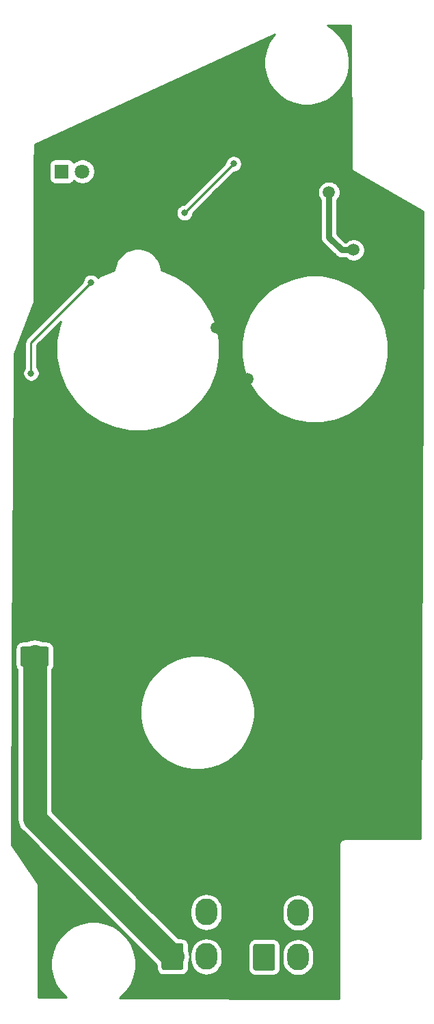
<source format=gbr>
%TF.GenerationSoftware,KiCad,Pcbnew,(5.1.6)-1*%
%TF.CreationDate,2020-12-18T20:13:03+11:00*%
%TF.ProjectId,SIM PWR PCB V2,53494d20-5057-4522-9050-43422056322e,rev?*%
%TF.SameCoordinates,Original*%
%TF.FileFunction,Copper,L2,Bot*%
%TF.FilePolarity,Positive*%
%FSLAX46Y46*%
G04 Gerber Fmt 4.6, Leading zero omitted, Abs format (unit mm)*
G04 Created by KiCad (PCBNEW (5.1.6)-1) date 2020-12-18 20:13:03*
%MOMM*%
%LPD*%
G01*
G04 APERTURE LIST*
%TA.AperFunction,ComponentPad*%
%ADD10O,2.700000X3.300000*%
%TD*%
%TA.AperFunction,ComponentPad*%
%ADD11C,1.800000*%
%TD*%
%TA.AperFunction,ComponentPad*%
%ADD12R,1.800000X1.800000*%
%TD*%
%TA.AperFunction,ViaPad*%
%ADD13C,1.500000*%
%TD*%
%TA.AperFunction,ViaPad*%
%ADD14C,0.800000*%
%TD*%
%TA.AperFunction,Conductor*%
%ADD15C,0.750000*%
%TD*%
%TA.AperFunction,Conductor*%
%ADD16C,3.000000*%
%TD*%
%TA.AperFunction,Conductor*%
%ADD17C,0.250000*%
%TD*%
%TA.AperFunction,Conductor*%
%ADD18C,0.254000*%
%TD*%
G04 APERTURE END LIST*
D10*
%TO.P,J2,4*%
%TO.N,/DATAOUT*%
X121251980Y-149341840D03*
%TO.P,J2,3*%
%TO.N,/LEDGND*%
X117051980Y-149341840D03*
%TO.P,J2,2*%
%TO.N,/LED+5V*%
X121251980Y-154841840D03*
%TO.P,J2,1*%
%TA.AperFunction,ComponentPad*%
G36*
G01*
X115701980Y-156241839D02*
X115701980Y-153441841D01*
G75*
G02*
X115951981Y-153191840I250001J0D01*
G01*
X118151979Y-153191840D01*
G75*
G02*
X118401980Y-153441841I0J-250001D01*
G01*
X118401980Y-156241839D01*
G75*
G02*
X118151979Y-156491840I-250001J0D01*
G01*
X115951981Y-156491840D01*
G75*
G02*
X115701980Y-156241839I0J250001D01*
G01*
G37*
%TD.AperFunction*%
%TD*%
%TO.P,J1,4*%
%TO.N,/DATAIN*%
X132613400Y-149412960D03*
%TO.P,J1,3*%
%TO.N,/LEDGND*%
X128413400Y-149412960D03*
%TO.P,J1,2*%
%TO.N,/LED+5V*%
X132613400Y-154912960D03*
%TO.P,J1,1*%
%TA.AperFunction,ComponentPad*%
G36*
G01*
X127063400Y-156312959D02*
X127063400Y-153512961D01*
G75*
G02*
X127313401Y-153262960I250001J0D01*
G01*
X129513399Y-153262960D01*
G75*
G02*
X129763400Y-153512961I0J-250001D01*
G01*
X129763400Y-156312959D01*
G75*
G02*
X129513399Y-156562960I-250001J0D01*
G01*
X127313401Y-156562960D01*
G75*
G02*
X127063400Y-156312959I0J250001D01*
G01*
G37*
%TD.AperFunction*%
%TD*%
D11*
%TO.P,D1,2*%
%TO.N,/LED+5V*%
X105893000Y-57658000D03*
D12*
%TO.P,D1,1*%
%TO.N,Net-(D1-Pad1)*%
X103353000Y-57658000D03*
%TD*%
%TO.P,C1,2*%
%TO.N,/LEDGND*%
%TA.AperFunction,SMDPad,CuDef*%
G36*
G01*
X104726000Y-118704000D02*
X104726000Y-116704000D01*
G75*
G02*
X104976000Y-116454000I250000J0D01*
G01*
X107976000Y-116454000D01*
G75*
G02*
X108226000Y-116704000I0J-250000D01*
G01*
X108226000Y-118704000D01*
G75*
G02*
X107976000Y-118954000I-250000J0D01*
G01*
X104976000Y-118954000D01*
G75*
G02*
X104726000Y-118704000I0J250000D01*
G01*
G37*
%TD.AperFunction*%
%TO.P,C1,1*%
%TO.N,/LED+5V*%
%TA.AperFunction,SMDPad,CuDef*%
G36*
G01*
X98226000Y-118704000D02*
X98226000Y-116704000D01*
G75*
G02*
X98476000Y-116454000I250000J0D01*
G01*
X101476000Y-116454000D01*
G75*
G02*
X101726000Y-116704000I0J-250000D01*
G01*
X101726000Y-118704000D01*
G75*
G02*
X101476000Y-118954000I-250000J0D01*
G01*
X98476000Y-118954000D01*
G75*
G02*
X98226000Y-118704000I0J250000D01*
G01*
G37*
%TD.AperFunction*%
%TD*%
D13*
%TO.N,/LEDGND*%
X122308620Y-56647080D03*
X133540500Y-53167280D03*
X129844800Y-66939160D03*
X122537220Y-76969620D03*
X146022060Y-72047100D03*
X143301720Y-65206880D03*
X126375160Y-83375500D03*
X118394480Y-90736420D03*
X103317040Y-86230460D03*
X137073640Y-94488000D03*
X147091400Y-85420200D03*
X112115600Y-106128820D03*
X128673860Y-106268520D03*
X125272800Y-112687100D03*
X138744960Y-114538760D03*
X133494780Y-118087140D03*
X137028120Y-129971600D03*
X144632680Y-130009900D03*
X113926620Y-137253980D03*
X107911900Y-138051540D03*
X124594620Y-137922000D03*
X135890000Y-140942060D03*
X144030700Y-138915140D03*
X139197480Y-102260000D03*
X130009900Y-136657080D03*
X115610640Y-57132220D03*
X101338380Y-61127640D03*
X118003320Y-67040760D03*
X105918000Y-69088000D03*
%TO.N,/LED+5V*%
X136433560Y-60238640D03*
X139489180Y-67386200D03*
D14*
%TO.N,Net-(D4-Pad2)*%
X124627640Y-56713120D03*
X118551960Y-62788800D03*
%TO.N,Net-(D10-Pad4)*%
X99540060Y-82638900D03*
X106981042Y-71400722D03*
%TD*%
D15*
%TO.N,/LED+5V*%
X136433560Y-60238640D02*
X136433560Y-65824100D01*
X136433560Y-65824100D02*
X137995660Y-67386200D01*
X137995660Y-67386200D02*
X139489180Y-67386200D01*
X139489180Y-67386200D02*
X139611100Y-67386200D01*
D16*
X99976000Y-137765860D02*
X117051980Y-154841840D01*
X99976000Y-117704000D02*
X99976000Y-137765860D01*
D17*
%TO.N,Net-(D4-Pad2)*%
X124627640Y-56713120D02*
X118551960Y-62788800D01*
X118551960Y-62788800D02*
X118551960Y-62788800D01*
%TO.N,Net-(D10-Pad4)*%
X99540060Y-78841704D02*
X106981042Y-71400722D01*
X99540060Y-82638900D02*
X99540060Y-78841704D01*
%TD*%
D18*
%TO.N,/LEDGND*%
G36*
X139192373Y-57115926D02*
G01*
X139190785Y-57170312D01*
X139197963Y-57212854D01*
X139202314Y-57255797D01*
X139208758Y-57276827D01*
X139212416Y-57298508D01*
X139227758Y-57338839D01*
X139240401Y-57380101D01*
X139250821Y-57399466D01*
X139258641Y-57420022D01*
X139281556Y-57456583D01*
X139302005Y-57494586D01*
X139316006Y-57511550D01*
X139327684Y-57530182D01*
X139357291Y-57561570D01*
X139384762Y-57594854D01*
X139401801Y-57608758D01*
X139416891Y-57624756D01*
X139452056Y-57649767D01*
X139485490Y-57677050D01*
X139533568Y-57702576D01*
X148105946Y-62611545D01*
X147729987Y-140284600D01*
X138386219Y-140284600D01*
X138353800Y-140281407D01*
X138321381Y-140284600D01*
X138224417Y-140294150D01*
X138100007Y-140331890D01*
X137985350Y-140393175D01*
X137884852Y-140475652D01*
X137802375Y-140576150D01*
X137741090Y-140690807D01*
X137703350Y-140815217D01*
X137690607Y-140944600D01*
X137693801Y-140977029D01*
X137693800Y-160043187D01*
X110545245Y-159935881D01*
X110621905Y-159884658D01*
X111356927Y-159149636D01*
X111934431Y-158285342D01*
X112332222Y-157324989D01*
X112535014Y-156305484D01*
X112535014Y-155266006D01*
X112332222Y-154246501D01*
X111934431Y-153286148D01*
X111356927Y-152421854D01*
X110621905Y-151686832D01*
X109757611Y-151109328D01*
X108797258Y-150711537D01*
X107777753Y-150508745D01*
X106738275Y-150508745D01*
X105718770Y-150711537D01*
X104758417Y-151109328D01*
X103894123Y-151686832D01*
X103159101Y-152421854D01*
X102581597Y-153286148D01*
X102183806Y-154246501D01*
X101981014Y-155266006D01*
X101981014Y-156305484D01*
X102183806Y-157324989D01*
X102581597Y-158285342D01*
X103159101Y-159149636D01*
X103894123Y-159884658D01*
X103931661Y-159909740D01*
X100456600Y-159896005D01*
X100456600Y-146208986D01*
X100459792Y-146176142D01*
X100453440Y-146112494D01*
X100447050Y-146047617D01*
X100446923Y-146047199D01*
X100446881Y-146046777D01*
X100428142Y-145985287D01*
X100409310Y-145923207D01*
X100409108Y-145922830D01*
X100408982Y-145922415D01*
X100378374Y-145865329D01*
X100348025Y-145808550D01*
X100327089Y-145783039D01*
X97105052Y-140974395D01*
X97256426Y-116704000D01*
X97587928Y-116704000D01*
X97587928Y-118704000D01*
X97604992Y-118877254D01*
X97655528Y-119043850D01*
X97737595Y-119197386D01*
X97841000Y-119323386D01*
X97841001Y-137660978D01*
X97830671Y-137765860D01*
X97871893Y-138184393D01*
X97993975Y-138586842D01*
X98192224Y-138957741D01*
X98392165Y-139201370D01*
X98392168Y-139201373D01*
X98459024Y-139282837D01*
X98540488Y-139349693D01*
X115063908Y-155873114D01*
X115063908Y-156241839D01*
X115080972Y-156415093D01*
X115131509Y-156581690D01*
X115213575Y-156735226D01*
X115324019Y-156869801D01*
X115458594Y-156980245D01*
X115612130Y-157062311D01*
X115778727Y-157112848D01*
X115951981Y-157129912D01*
X118151979Y-157129912D01*
X118325233Y-157112848D01*
X118491830Y-157062311D01*
X118645366Y-156980245D01*
X118779941Y-156869801D01*
X118890385Y-156735226D01*
X118972451Y-156581690D01*
X119022988Y-156415093D01*
X119040052Y-156241839D01*
X119040052Y-155642891D01*
X119156088Y-155260374D01*
X119197309Y-154841840D01*
X119158159Y-154444331D01*
X119266980Y-154444331D01*
X119266980Y-155239350D01*
X119295702Y-155530968D01*
X119409206Y-155905142D01*
X119593527Y-156249983D01*
X119841583Y-156552238D01*
X120143838Y-156800293D01*
X120488679Y-156984614D01*
X120862853Y-157098118D01*
X121251980Y-157136444D01*
X121641108Y-157098118D01*
X122015282Y-156984614D01*
X122360123Y-156800293D01*
X122662378Y-156552238D01*
X122910433Y-156249983D01*
X123094754Y-155905142D01*
X123208258Y-155530967D01*
X123236980Y-155239349D01*
X123236980Y-154444330D01*
X123208258Y-154152712D01*
X123094754Y-153778538D01*
X122952801Y-153512961D01*
X126425328Y-153512961D01*
X126425328Y-156312959D01*
X126442392Y-156486213D01*
X126492929Y-156652810D01*
X126574995Y-156806346D01*
X126685439Y-156940921D01*
X126820014Y-157051365D01*
X126973550Y-157133431D01*
X127140147Y-157183968D01*
X127313401Y-157201032D01*
X129513399Y-157201032D01*
X129686653Y-157183968D01*
X129853250Y-157133431D01*
X130006786Y-157051365D01*
X130141361Y-156940921D01*
X130251805Y-156806346D01*
X130333871Y-156652810D01*
X130384408Y-156486213D01*
X130401472Y-156312959D01*
X130401472Y-154515451D01*
X130628400Y-154515451D01*
X130628400Y-155310470D01*
X130657122Y-155602088D01*
X130770626Y-155976262D01*
X130954947Y-156321103D01*
X131203003Y-156623358D01*
X131505258Y-156871413D01*
X131850099Y-157055734D01*
X132224273Y-157169238D01*
X132613400Y-157207564D01*
X133002528Y-157169238D01*
X133376702Y-157055734D01*
X133721543Y-156871413D01*
X134023798Y-156623358D01*
X134271853Y-156321103D01*
X134456174Y-155976262D01*
X134569678Y-155602087D01*
X134598400Y-155310469D01*
X134598400Y-154515450D01*
X134569678Y-154223832D01*
X134456174Y-153849658D01*
X134271853Y-153504817D01*
X134023798Y-153202562D01*
X133721543Y-152954507D01*
X133376701Y-152770186D01*
X133002527Y-152656682D01*
X132613400Y-152618356D01*
X132224272Y-152656682D01*
X131850098Y-152770186D01*
X131505257Y-152954507D01*
X131203002Y-153202562D01*
X130954947Y-153504817D01*
X130770626Y-153849659D01*
X130657122Y-154223833D01*
X130628400Y-154515451D01*
X130401472Y-154515451D01*
X130401472Y-153512961D01*
X130384408Y-153339707D01*
X130333871Y-153173110D01*
X130251805Y-153019574D01*
X130141361Y-152884999D01*
X130006786Y-152774555D01*
X129853250Y-152692489D01*
X129686653Y-152641952D01*
X129513399Y-152624888D01*
X127313401Y-152624888D01*
X127140147Y-152641952D01*
X126973550Y-152692489D01*
X126820014Y-152774555D01*
X126685439Y-152884999D01*
X126574995Y-153019574D01*
X126492929Y-153173110D01*
X126442392Y-153339707D01*
X126425328Y-153512961D01*
X122952801Y-153512961D01*
X122910433Y-153433697D01*
X122662378Y-153131442D01*
X122360123Y-152883387D01*
X122015281Y-152699066D01*
X121641107Y-152585562D01*
X121251980Y-152547236D01*
X120862852Y-152585562D01*
X120488678Y-152699066D01*
X120143837Y-152883387D01*
X119841582Y-153131442D01*
X119593527Y-153433697D01*
X119409206Y-153778539D01*
X119295702Y-154152713D01*
X119266980Y-154444331D01*
X119158159Y-154444331D01*
X119156088Y-154423306D01*
X119040052Y-154040789D01*
X119040052Y-153441841D01*
X119022988Y-153268587D01*
X118972451Y-153101990D01*
X118890385Y-152948454D01*
X118779941Y-152813879D01*
X118645366Y-152703435D01*
X118491830Y-152621369D01*
X118325233Y-152570832D01*
X118151979Y-152553768D01*
X117783254Y-152553768D01*
X114173817Y-148944331D01*
X119266980Y-148944331D01*
X119266980Y-149739350D01*
X119295702Y-150030968D01*
X119409206Y-150405142D01*
X119593527Y-150749983D01*
X119841583Y-151052238D01*
X120143838Y-151300293D01*
X120488679Y-151484614D01*
X120862853Y-151598118D01*
X121251980Y-151636444D01*
X121641108Y-151598118D01*
X122015282Y-151484614D01*
X122360123Y-151300293D01*
X122662378Y-151052238D01*
X122910433Y-150749983D01*
X123094754Y-150405142D01*
X123208258Y-150030967D01*
X123236980Y-149739349D01*
X123236980Y-149015451D01*
X130628400Y-149015451D01*
X130628400Y-149810470D01*
X130657122Y-150102088D01*
X130770626Y-150476262D01*
X130954947Y-150821103D01*
X131203003Y-151123358D01*
X131505258Y-151371413D01*
X131850099Y-151555734D01*
X132224273Y-151669238D01*
X132613400Y-151707564D01*
X133002528Y-151669238D01*
X133376702Y-151555734D01*
X133721543Y-151371413D01*
X134023798Y-151123358D01*
X134271853Y-150821103D01*
X134456174Y-150476262D01*
X134569678Y-150102087D01*
X134598400Y-149810469D01*
X134598400Y-149015450D01*
X134569678Y-148723832D01*
X134456174Y-148349658D01*
X134271853Y-148004817D01*
X134023798Y-147702562D01*
X133721543Y-147454507D01*
X133376701Y-147270186D01*
X133002527Y-147156682D01*
X132613400Y-147118356D01*
X132224272Y-147156682D01*
X131850098Y-147270186D01*
X131505257Y-147454507D01*
X131203002Y-147702562D01*
X130954947Y-148004817D01*
X130770626Y-148349659D01*
X130657122Y-148723833D01*
X130628400Y-149015451D01*
X123236980Y-149015451D01*
X123236980Y-148944330D01*
X123208258Y-148652712D01*
X123094754Y-148278538D01*
X122910433Y-147933697D01*
X122662378Y-147631442D01*
X122360123Y-147383387D01*
X122015281Y-147199066D01*
X121641107Y-147085562D01*
X121251980Y-147047236D01*
X120862852Y-147085562D01*
X120488678Y-147199066D01*
X120143837Y-147383387D01*
X119841582Y-147631442D01*
X119593527Y-147933697D01*
X119409206Y-148278539D01*
X119295702Y-148652713D01*
X119266980Y-148944331D01*
X114173817Y-148944331D01*
X102111000Y-136881515D01*
X102111000Y-124049839D01*
X113068770Y-124049839D01*
X113068770Y-125164743D01*
X113243180Y-126265920D01*
X113587704Y-127326257D01*
X114093860Y-128319643D01*
X114749184Y-129221619D01*
X115537540Y-130009975D01*
X116439516Y-130665299D01*
X117432902Y-131171455D01*
X118493239Y-131515979D01*
X119594416Y-131690389D01*
X120709320Y-131690389D01*
X121810497Y-131515979D01*
X122870834Y-131171455D01*
X123864220Y-130665299D01*
X124766196Y-130009975D01*
X125554552Y-129221619D01*
X126209876Y-128319643D01*
X126716032Y-127326257D01*
X127060556Y-126265920D01*
X127234966Y-125164743D01*
X127234966Y-124049839D01*
X127060556Y-122948662D01*
X126716032Y-121888325D01*
X126209876Y-120894939D01*
X125554552Y-119992963D01*
X124766196Y-119204607D01*
X123864220Y-118549283D01*
X122870834Y-118043127D01*
X121810497Y-117698603D01*
X120709320Y-117524193D01*
X119594416Y-117524193D01*
X118493239Y-117698603D01*
X117432902Y-118043127D01*
X116439516Y-118549283D01*
X115537540Y-119204607D01*
X114749184Y-119992963D01*
X114093860Y-120894939D01*
X113587704Y-121888325D01*
X113243180Y-122948662D01*
X113068770Y-124049839D01*
X102111000Y-124049839D01*
X102111000Y-119323386D01*
X102214405Y-119197386D01*
X102296472Y-119043850D01*
X102347008Y-118877254D01*
X102364072Y-118704000D01*
X102364072Y-116704000D01*
X102347008Y-116530746D01*
X102296472Y-116364150D01*
X102214405Y-116210614D01*
X102103962Y-116076038D01*
X101969386Y-115965595D01*
X101815850Y-115883528D01*
X101649254Y-115832992D01*
X101476000Y-115815928D01*
X100972758Y-115815928D01*
X100796981Y-115721974D01*
X100394532Y-115599892D01*
X99976000Y-115558670D01*
X99557467Y-115599892D01*
X99155018Y-115721974D01*
X98979242Y-115815928D01*
X98476000Y-115815928D01*
X98302746Y-115832992D01*
X98136150Y-115883528D01*
X97982614Y-115965595D01*
X97848038Y-116076038D01*
X97737595Y-116210614D01*
X97655528Y-116364150D01*
X97604992Y-116530746D01*
X97587928Y-116704000D01*
X97256426Y-116704000D01*
X97469527Y-82536961D01*
X98505060Y-82536961D01*
X98505060Y-82740839D01*
X98544834Y-82940798D01*
X98622855Y-83129156D01*
X98736123Y-83298674D01*
X98880286Y-83442837D01*
X99049804Y-83556105D01*
X99238162Y-83634126D01*
X99438121Y-83673900D01*
X99641999Y-83673900D01*
X99841958Y-83634126D01*
X100030316Y-83556105D01*
X100199834Y-83442837D01*
X100343997Y-83298674D01*
X100457265Y-83129156D01*
X100535286Y-82940798D01*
X100575060Y-82740839D01*
X100575060Y-82536961D01*
X100535286Y-82337002D01*
X100457265Y-82148644D01*
X100343997Y-81979126D01*
X100300060Y-81935189D01*
X100300060Y-79156505D01*
X103222307Y-76234259D01*
X103035811Y-76684499D01*
X102646636Y-78641014D01*
X102646636Y-80635858D01*
X103035811Y-82592373D01*
X103799205Y-84435369D01*
X104907482Y-86094022D01*
X106318050Y-87504590D01*
X107976703Y-88612867D01*
X109819699Y-89376261D01*
X111776214Y-89765436D01*
X113771058Y-89765436D01*
X115727573Y-89376261D01*
X117570569Y-88612867D01*
X119229222Y-87504590D01*
X120639790Y-86094022D01*
X121748067Y-84435369D01*
X122511461Y-82592373D01*
X122900636Y-80635858D01*
X122900636Y-78739505D01*
X125550710Y-78739505D01*
X125550710Y-80537367D01*
X125901455Y-82300684D01*
X126589467Y-83961692D01*
X127588306Y-85456560D01*
X128859586Y-86727840D01*
X130354454Y-87726679D01*
X132015462Y-88414691D01*
X133778779Y-88765436D01*
X135576641Y-88765436D01*
X137339958Y-88414691D01*
X139000966Y-87726679D01*
X140495834Y-86727840D01*
X141767114Y-85456560D01*
X142765953Y-83961692D01*
X143453965Y-82300684D01*
X143804710Y-80537367D01*
X143804710Y-78739505D01*
X143453965Y-76976188D01*
X142765953Y-75315180D01*
X141767114Y-73820312D01*
X140495834Y-72549032D01*
X139000966Y-71550193D01*
X137339958Y-70862181D01*
X135576641Y-70511436D01*
X133778779Y-70511436D01*
X132015462Y-70862181D01*
X130354454Y-71550193D01*
X128859586Y-72549032D01*
X127588306Y-73820312D01*
X126589467Y-75315180D01*
X125901455Y-76976188D01*
X125550710Y-78739505D01*
X122900636Y-78739505D01*
X122900636Y-78641014D01*
X122511461Y-76684499D01*
X121748067Y-74841503D01*
X120639790Y-73182850D01*
X119229222Y-71772282D01*
X117570569Y-70664005D01*
X115727573Y-69900611D01*
X115686636Y-69892468D01*
X115686636Y-69826531D01*
X115574691Y-69263745D01*
X115355103Y-68733613D01*
X115036311Y-68256507D01*
X114630565Y-67850761D01*
X114153459Y-67531969D01*
X113623327Y-67312381D01*
X113060541Y-67200436D01*
X112486731Y-67200436D01*
X111923945Y-67312381D01*
X111393813Y-67531969D01*
X110916707Y-67850761D01*
X110510961Y-68256507D01*
X110192169Y-68733613D01*
X109972581Y-69263745D01*
X109860636Y-69826531D01*
X109860636Y-69892468D01*
X109819699Y-69900611D01*
X107976703Y-70664005D01*
X107808613Y-70776319D01*
X107784979Y-70740948D01*
X107640816Y-70596785D01*
X107471298Y-70483517D01*
X107282940Y-70405496D01*
X107082981Y-70365722D01*
X106879103Y-70365722D01*
X106679144Y-70405496D01*
X106490786Y-70483517D01*
X106321268Y-70596785D01*
X106177105Y-70740948D01*
X106063837Y-70910466D01*
X105985816Y-71098824D01*
X105946042Y-71298783D01*
X105946042Y-71360920D01*
X99029058Y-78277905D01*
X99000060Y-78301703D01*
X98976262Y-78330701D01*
X98976261Y-78330702D01*
X98905086Y-78417428D01*
X98834514Y-78549458D01*
X98791058Y-78692719D01*
X98776384Y-78841704D01*
X98780061Y-78879036D01*
X98780060Y-81935189D01*
X98736123Y-81979126D01*
X98622855Y-82148644D01*
X98544834Y-82337002D01*
X98505060Y-82536961D01*
X97469527Y-82536961D01*
X97484055Y-80207726D01*
X99891166Y-73780490D01*
X99900980Y-73762186D01*
X99913909Y-73719765D01*
X99918045Y-73708720D01*
X99923365Y-73688738D01*
X99938881Y-73637825D01*
X99940058Y-73626030D01*
X99943110Y-73614566D01*
X99946506Y-73561425D01*
X99948557Y-73540873D01*
X99948572Y-73529089D01*
X99951401Y-73484823D01*
X99948656Y-73464233D01*
X99962616Y-62686861D01*
X117516960Y-62686861D01*
X117516960Y-62890739D01*
X117556734Y-63090698D01*
X117634755Y-63279056D01*
X117748023Y-63448574D01*
X117892186Y-63592737D01*
X118061704Y-63706005D01*
X118250062Y-63784026D01*
X118450021Y-63823800D01*
X118653899Y-63823800D01*
X118853858Y-63784026D01*
X119042216Y-63706005D01*
X119211734Y-63592737D01*
X119355897Y-63448574D01*
X119469165Y-63279056D01*
X119547186Y-63090698D01*
X119586960Y-62890739D01*
X119586960Y-62828601D01*
X122313332Y-60102229D01*
X135048560Y-60102229D01*
X135048560Y-60375051D01*
X135101785Y-60642629D01*
X135206189Y-60894683D01*
X135357761Y-61121526D01*
X135423560Y-61187325D01*
X135423561Y-65774482D01*
X135418674Y-65824100D01*
X135438175Y-66022094D01*
X135495928Y-66212479D01*
X135583439Y-66376200D01*
X135589714Y-66387940D01*
X135715928Y-66541733D01*
X135754461Y-66573356D01*
X137246399Y-68065294D01*
X137278027Y-68103833D01*
X137431820Y-68230047D01*
X137607280Y-68323832D01*
X137797665Y-68381585D01*
X137995659Y-68401086D01*
X138045267Y-68396200D01*
X138540495Y-68396200D01*
X138606294Y-68461999D01*
X138833137Y-68613571D01*
X139085191Y-68717975D01*
X139352769Y-68771200D01*
X139625591Y-68771200D01*
X139893169Y-68717975D01*
X140145223Y-68613571D01*
X140372066Y-68461999D01*
X140564979Y-68269086D01*
X140716551Y-68042243D01*
X140820955Y-67790189D01*
X140874180Y-67522611D01*
X140874180Y-67249789D01*
X140820955Y-66982211D01*
X140716551Y-66730157D01*
X140564979Y-66503314D01*
X140372066Y-66310401D01*
X140145223Y-66158829D01*
X139893169Y-66054425D01*
X139625591Y-66001200D01*
X139352769Y-66001200D01*
X139085191Y-66054425D01*
X138833137Y-66158829D01*
X138606294Y-66310401D01*
X138540495Y-66376200D01*
X138414015Y-66376200D01*
X137443560Y-65405745D01*
X137443560Y-61187325D01*
X137509359Y-61121526D01*
X137660931Y-60894683D01*
X137765335Y-60642629D01*
X137818560Y-60375051D01*
X137818560Y-60102229D01*
X137765335Y-59834651D01*
X137660931Y-59582597D01*
X137509359Y-59355754D01*
X137316446Y-59162841D01*
X137089603Y-59011269D01*
X136837549Y-58906865D01*
X136569971Y-58853640D01*
X136297149Y-58853640D01*
X136029571Y-58906865D01*
X135777517Y-59011269D01*
X135550674Y-59162841D01*
X135357761Y-59355754D01*
X135206189Y-59582597D01*
X135101785Y-59834651D01*
X135048560Y-60102229D01*
X122313332Y-60102229D01*
X124667442Y-57748120D01*
X124729579Y-57748120D01*
X124929538Y-57708346D01*
X125117896Y-57630325D01*
X125287414Y-57517057D01*
X125431577Y-57372894D01*
X125544845Y-57203376D01*
X125622866Y-57015018D01*
X125662640Y-56815059D01*
X125662640Y-56611181D01*
X125622866Y-56411222D01*
X125544845Y-56222864D01*
X125431577Y-56053346D01*
X125287414Y-55909183D01*
X125117896Y-55795915D01*
X124929538Y-55717894D01*
X124729579Y-55678120D01*
X124525701Y-55678120D01*
X124325742Y-55717894D01*
X124137384Y-55795915D01*
X123967866Y-55909183D01*
X123823703Y-56053346D01*
X123710435Y-56222864D01*
X123632414Y-56411222D01*
X123592640Y-56611181D01*
X123592640Y-56673318D01*
X118512159Y-61753800D01*
X118450021Y-61753800D01*
X118250062Y-61793574D01*
X118061704Y-61871595D01*
X117892186Y-61984863D01*
X117748023Y-62129026D01*
X117634755Y-62298544D01*
X117556734Y-62486902D01*
X117516960Y-62686861D01*
X99962616Y-62686861D01*
X99970296Y-56758000D01*
X101814928Y-56758000D01*
X101814928Y-58558000D01*
X101827188Y-58682482D01*
X101863498Y-58802180D01*
X101922463Y-58912494D01*
X102001815Y-59009185D01*
X102098506Y-59088537D01*
X102208820Y-59147502D01*
X102328518Y-59183812D01*
X102453000Y-59196072D01*
X104253000Y-59196072D01*
X104377482Y-59183812D01*
X104497180Y-59147502D01*
X104607494Y-59088537D01*
X104704185Y-59009185D01*
X104783537Y-58912494D01*
X104842502Y-58802180D01*
X104848056Y-58783873D01*
X104914495Y-58850312D01*
X105165905Y-59018299D01*
X105445257Y-59134011D01*
X105741816Y-59193000D01*
X106044184Y-59193000D01*
X106340743Y-59134011D01*
X106620095Y-59018299D01*
X106871505Y-58850312D01*
X107085312Y-58636505D01*
X107253299Y-58385095D01*
X107369011Y-58105743D01*
X107428000Y-57809184D01*
X107428000Y-57506816D01*
X107369011Y-57210257D01*
X107253299Y-56930905D01*
X107085312Y-56679495D01*
X106871505Y-56465688D01*
X106620095Y-56297701D01*
X106340743Y-56181989D01*
X106044184Y-56123000D01*
X105741816Y-56123000D01*
X105445257Y-56181989D01*
X105165905Y-56297701D01*
X104914495Y-56465688D01*
X104848056Y-56532127D01*
X104842502Y-56513820D01*
X104783537Y-56403506D01*
X104704185Y-56306815D01*
X104607494Y-56227463D01*
X104497180Y-56168498D01*
X104377482Y-56132188D01*
X104253000Y-56119928D01*
X102453000Y-56119928D01*
X102328518Y-56132188D01*
X102208820Y-56168498D01*
X102098506Y-56227463D01*
X102001815Y-56306815D01*
X101922463Y-56403506D01*
X101863498Y-56513820D01*
X101827188Y-56633518D01*
X101814928Y-56758000D01*
X99970296Y-56758000D01*
X99973451Y-54322398D01*
X129726612Y-40672037D01*
X129583429Y-40815220D01*
X129005925Y-41679514D01*
X128608134Y-42639867D01*
X128405342Y-43659372D01*
X128405342Y-44698850D01*
X128608134Y-45718355D01*
X129005925Y-46678708D01*
X129583429Y-47543002D01*
X130318451Y-48278024D01*
X131182745Y-48855528D01*
X132143098Y-49253319D01*
X133162603Y-49456111D01*
X134202081Y-49456111D01*
X135221586Y-49253319D01*
X136181939Y-48855528D01*
X137046233Y-48278024D01*
X137781255Y-47543002D01*
X138358759Y-46678708D01*
X138756550Y-45718355D01*
X138959342Y-44698850D01*
X138959342Y-43659372D01*
X138756550Y-42639867D01*
X138358759Y-41679514D01*
X137781255Y-40815220D01*
X137046233Y-40080198D01*
X136286860Y-39572800D01*
X139143439Y-39572800D01*
X139192373Y-57115926D01*
G37*
X139192373Y-57115926D02*
X139190785Y-57170312D01*
X139197963Y-57212854D01*
X139202314Y-57255797D01*
X139208758Y-57276827D01*
X139212416Y-57298508D01*
X139227758Y-57338839D01*
X139240401Y-57380101D01*
X139250821Y-57399466D01*
X139258641Y-57420022D01*
X139281556Y-57456583D01*
X139302005Y-57494586D01*
X139316006Y-57511550D01*
X139327684Y-57530182D01*
X139357291Y-57561570D01*
X139384762Y-57594854D01*
X139401801Y-57608758D01*
X139416891Y-57624756D01*
X139452056Y-57649767D01*
X139485490Y-57677050D01*
X139533568Y-57702576D01*
X148105946Y-62611545D01*
X147729987Y-140284600D01*
X138386219Y-140284600D01*
X138353800Y-140281407D01*
X138321381Y-140284600D01*
X138224417Y-140294150D01*
X138100007Y-140331890D01*
X137985350Y-140393175D01*
X137884852Y-140475652D01*
X137802375Y-140576150D01*
X137741090Y-140690807D01*
X137703350Y-140815217D01*
X137690607Y-140944600D01*
X137693801Y-140977029D01*
X137693800Y-160043187D01*
X110545245Y-159935881D01*
X110621905Y-159884658D01*
X111356927Y-159149636D01*
X111934431Y-158285342D01*
X112332222Y-157324989D01*
X112535014Y-156305484D01*
X112535014Y-155266006D01*
X112332222Y-154246501D01*
X111934431Y-153286148D01*
X111356927Y-152421854D01*
X110621905Y-151686832D01*
X109757611Y-151109328D01*
X108797258Y-150711537D01*
X107777753Y-150508745D01*
X106738275Y-150508745D01*
X105718770Y-150711537D01*
X104758417Y-151109328D01*
X103894123Y-151686832D01*
X103159101Y-152421854D01*
X102581597Y-153286148D01*
X102183806Y-154246501D01*
X101981014Y-155266006D01*
X101981014Y-156305484D01*
X102183806Y-157324989D01*
X102581597Y-158285342D01*
X103159101Y-159149636D01*
X103894123Y-159884658D01*
X103931661Y-159909740D01*
X100456600Y-159896005D01*
X100456600Y-146208986D01*
X100459792Y-146176142D01*
X100453440Y-146112494D01*
X100447050Y-146047617D01*
X100446923Y-146047199D01*
X100446881Y-146046777D01*
X100428142Y-145985287D01*
X100409310Y-145923207D01*
X100409108Y-145922830D01*
X100408982Y-145922415D01*
X100378374Y-145865329D01*
X100348025Y-145808550D01*
X100327089Y-145783039D01*
X97105052Y-140974395D01*
X97256426Y-116704000D01*
X97587928Y-116704000D01*
X97587928Y-118704000D01*
X97604992Y-118877254D01*
X97655528Y-119043850D01*
X97737595Y-119197386D01*
X97841000Y-119323386D01*
X97841001Y-137660978D01*
X97830671Y-137765860D01*
X97871893Y-138184393D01*
X97993975Y-138586842D01*
X98192224Y-138957741D01*
X98392165Y-139201370D01*
X98392168Y-139201373D01*
X98459024Y-139282837D01*
X98540488Y-139349693D01*
X115063908Y-155873114D01*
X115063908Y-156241839D01*
X115080972Y-156415093D01*
X115131509Y-156581690D01*
X115213575Y-156735226D01*
X115324019Y-156869801D01*
X115458594Y-156980245D01*
X115612130Y-157062311D01*
X115778727Y-157112848D01*
X115951981Y-157129912D01*
X118151979Y-157129912D01*
X118325233Y-157112848D01*
X118491830Y-157062311D01*
X118645366Y-156980245D01*
X118779941Y-156869801D01*
X118890385Y-156735226D01*
X118972451Y-156581690D01*
X119022988Y-156415093D01*
X119040052Y-156241839D01*
X119040052Y-155642891D01*
X119156088Y-155260374D01*
X119197309Y-154841840D01*
X119158159Y-154444331D01*
X119266980Y-154444331D01*
X119266980Y-155239350D01*
X119295702Y-155530968D01*
X119409206Y-155905142D01*
X119593527Y-156249983D01*
X119841583Y-156552238D01*
X120143838Y-156800293D01*
X120488679Y-156984614D01*
X120862853Y-157098118D01*
X121251980Y-157136444D01*
X121641108Y-157098118D01*
X122015282Y-156984614D01*
X122360123Y-156800293D01*
X122662378Y-156552238D01*
X122910433Y-156249983D01*
X123094754Y-155905142D01*
X123208258Y-155530967D01*
X123236980Y-155239349D01*
X123236980Y-154444330D01*
X123208258Y-154152712D01*
X123094754Y-153778538D01*
X122952801Y-153512961D01*
X126425328Y-153512961D01*
X126425328Y-156312959D01*
X126442392Y-156486213D01*
X126492929Y-156652810D01*
X126574995Y-156806346D01*
X126685439Y-156940921D01*
X126820014Y-157051365D01*
X126973550Y-157133431D01*
X127140147Y-157183968D01*
X127313401Y-157201032D01*
X129513399Y-157201032D01*
X129686653Y-157183968D01*
X129853250Y-157133431D01*
X130006786Y-157051365D01*
X130141361Y-156940921D01*
X130251805Y-156806346D01*
X130333871Y-156652810D01*
X130384408Y-156486213D01*
X130401472Y-156312959D01*
X130401472Y-154515451D01*
X130628400Y-154515451D01*
X130628400Y-155310470D01*
X130657122Y-155602088D01*
X130770626Y-155976262D01*
X130954947Y-156321103D01*
X131203003Y-156623358D01*
X131505258Y-156871413D01*
X131850099Y-157055734D01*
X132224273Y-157169238D01*
X132613400Y-157207564D01*
X133002528Y-157169238D01*
X133376702Y-157055734D01*
X133721543Y-156871413D01*
X134023798Y-156623358D01*
X134271853Y-156321103D01*
X134456174Y-155976262D01*
X134569678Y-155602087D01*
X134598400Y-155310469D01*
X134598400Y-154515450D01*
X134569678Y-154223832D01*
X134456174Y-153849658D01*
X134271853Y-153504817D01*
X134023798Y-153202562D01*
X133721543Y-152954507D01*
X133376701Y-152770186D01*
X133002527Y-152656682D01*
X132613400Y-152618356D01*
X132224272Y-152656682D01*
X131850098Y-152770186D01*
X131505257Y-152954507D01*
X131203002Y-153202562D01*
X130954947Y-153504817D01*
X130770626Y-153849659D01*
X130657122Y-154223833D01*
X130628400Y-154515451D01*
X130401472Y-154515451D01*
X130401472Y-153512961D01*
X130384408Y-153339707D01*
X130333871Y-153173110D01*
X130251805Y-153019574D01*
X130141361Y-152884999D01*
X130006786Y-152774555D01*
X129853250Y-152692489D01*
X129686653Y-152641952D01*
X129513399Y-152624888D01*
X127313401Y-152624888D01*
X127140147Y-152641952D01*
X126973550Y-152692489D01*
X126820014Y-152774555D01*
X126685439Y-152884999D01*
X126574995Y-153019574D01*
X126492929Y-153173110D01*
X126442392Y-153339707D01*
X126425328Y-153512961D01*
X122952801Y-153512961D01*
X122910433Y-153433697D01*
X122662378Y-153131442D01*
X122360123Y-152883387D01*
X122015281Y-152699066D01*
X121641107Y-152585562D01*
X121251980Y-152547236D01*
X120862852Y-152585562D01*
X120488678Y-152699066D01*
X120143837Y-152883387D01*
X119841582Y-153131442D01*
X119593527Y-153433697D01*
X119409206Y-153778539D01*
X119295702Y-154152713D01*
X119266980Y-154444331D01*
X119158159Y-154444331D01*
X119156088Y-154423306D01*
X119040052Y-154040789D01*
X119040052Y-153441841D01*
X119022988Y-153268587D01*
X118972451Y-153101990D01*
X118890385Y-152948454D01*
X118779941Y-152813879D01*
X118645366Y-152703435D01*
X118491830Y-152621369D01*
X118325233Y-152570832D01*
X118151979Y-152553768D01*
X117783254Y-152553768D01*
X114173817Y-148944331D01*
X119266980Y-148944331D01*
X119266980Y-149739350D01*
X119295702Y-150030968D01*
X119409206Y-150405142D01*
X119593527Y-150749983D01*
X119841583Y-151052238D01*
X120143838Y-151300293D01*
X120488679Y-151484614D01*
X120862853Y-151598118D01*
X121251980Y-151636444D01*
X121641108Y-151598118D01*
X122015282Y-151484614D01*
X122360123Y-151300293D01*
X122662378Y-151052238D01*
X122910433Y-150749983D01*
X123094754Y-150405142D01*
X123208258Y-150030967D01*
X123236980Y-149739349D01*
X123236980Y-149015451D01*
X130628400Y-149015451D01*
X130628400Y-149810470D01*
X130657122Y-150102088D01*
X130770626Y-150476262D01*
X130954947Y-150821103D01*
X131203003Y-151123358D01*
X131505258Y-151371413D01*
X131850099Y-151555734D01*
X132224273Y-151669238D01*
X132613400Y-151707564D01*
X133002528Y-151669238D01*
X133376702Y-151555734D01*
X133721543Y-151371413D01*
X134023798Y-151123358D01*
X134271853Y-150821103D01*
X134456174Y-150476262D01*
X134569678Y-150102087D01*
X134598400Y-149810469D01*
X134598400Y-149015450D01*
X134569678Y-148723832D01*
X134456174Y-148349658D01*
X134271853Y-148004817D01*
X134023798Y-147702562D01*
X133721543Y-147454507D01*
X133376701Y-147270186D01*
X133002527Y-147156682D01*
X132613400Y-147118356D01*
X132224272Y-147156682D01*
X131850098Y-147270186D01*
X131505257Y-147454507D01*
X131203002Y-147702562D01*
X130954947Y-148004817D01*
X130770626Y-148349659D01*
X130657122Y-148723833D01*
X130628400Y-149015451D01*
X123236980Y-149015451D01*
X123236980Y-148944330D01*
X123208258Y-148652712D01*
X123094754Y-148278538D01*
X122910433Y-147933697D01*
X122662378Y-147631442D01*
X122360123Y-147383387D01*
X122015281Y-147199066D01*
X121641107Y-147085562D01*
X121251980Y-147047236D01*
X120862852Y-147085562D01*
X120488678Y-147199066D01*
X120143837Y-147383387D01*
X119841582Y-147631442D01*
X119593527Y-147933697D01*
X119409206Y-148278539D01*
X119295702Y-148652713D01*
X119266980Y-148944331D01*
X114173817Y-148944331D01*
X102111000Y-136881515D01*
X102111000Y-124049839D01*
X113068770Y-124049839D01*
X113068770Y-125164743D01*
X113243180Y-126265920D01*
X113587704Y-127326257D01*
X114093860Y-128319643D01*
X114749184Y-129221619D01*
X115537540Y-130009975D01*
X116439516Y-130665299D01*
X117432902Y-131171455D01*
X118493239Y-131515979D01*
X119594416Y-131690389D01*
X120709320Y-131690389D01*
X121810497Y-131515979D01*
X122870834Y-131171455D01*
X123864220Y-130665299D01*
X124766196Y-130009975D01*
X125554552Y-129221619D01*
X126209876Y-128319643D01*
X126716032Y-127326257D01*
X127060556Y-126265920D01*
X127234966Y-125164743D01*
X127234966Y-124049839D01*
X127060556Y-122948662D01*
X126716032Y-121888325D01*
X126209876Y-120894939D01*
X125554552Y-119992963D01*
X124766196Y-119204607D01*
X123864220Y-118549283D01*
X122870834Y-118043127D01*
X121810497Y-117698603D01*
X120709320Y-117524193D01*
X119594416Y-117524193D01*
X118493239Y-117698603D01*
X117432902Y-118043127D01*
X116439516Y-118549283D01*
X115537540Y-119204607D01*
X114749184Y-119992963D01*
X114093860Y-120894939D01*
X113587704Y-121888325D01*
X113243180Y-122948662D01*
X113068770Y-124049839D01*
X102111000Y-124049839D01*
X102111000Y-119323386D01*
X102214405Y-119197386D01*
X102296472Y-119043850D01*
X102347008Y-118877254D01*
X102364072Y-118704000D01*
X102364072Y-116704000D01*
X102347008Y-116530746D01*
X102296472Y-116364150D01*
X102214405Y-116210614D01*
X102103962Y-116076038D01*
X101969386Y-115965595D01*
X101815850Y-115883528D01*
X101649254Y-115832992D01*
X101476000Y-115815928D01*
X100972758Y-115815928D01*
X100796981Y-115721974D01*
X100394532Y-115599892D01*
X99976000Y-115558670D01*
X99557467Y-115599892D01*
X99155018Y-115721974D01*
X98979242Y-115815928D01*
X98476000Y-115815928D01*
X98302746Y-115832992D01*
X98136150Y-115883528D01*
X97982614Y-115965595D01*
X97848038Y-116076038D01*
X97737595Y-116210614D01*
X97655528Y-116364150D01*
X97604992Y-116530746D01*
X97587928Y-116704000D01*
X97256426Y-116704000D01*
X97469527Y-82536961D01*
X98505060Y-82536961D01*
X98505060Y-82740839D01*
X98544834Y-82940798D01*
X98622855Y-83129156D01*
X98736123Y-83298674D01*
X98880286Y-83442837D01*
X99049804Y-83556105D01*
X99238162Y-83634126D01*
X99438121Y-83673900D01*
X99641999Y-83673900D01*
X99841958Y-83634126D01*
X100030316Y-83556105D01*
X100199834Y-83442837D01*
X100343997Y-83298674D01*
X100457265Y-83129156D01*
X100535286Y-82940798D01*
X100575060Y-82740839D01*
X100575060Y-82536961D01*
X100535286Y-82337002D01*
X100457265Y-82148644D01*
X100343997Y-81979126D01*
X100300060Y-81935189D01*
X100300060Y-79156505D01*
X103222307Y-76234259D01*
X103035811Y-76684499D01*
X102646636Y-78641014D01*
X102646636Y-80635858D01*
X103035811Y-82592373D01*
X103799205Y-84435369D01*
X104907482Y-86094022D01*
X106318050Y-87504590D01*
X107976703Y-88612867D01*
X109819699Y-89376261D01*
X111776214Y-89765436D01*
X113771058Y-89765436D01*
X115727573Y-89376261D01*
X117570569Y-88612867D01*
X119229222Y-87504590D01*
X120639790Y-86094022D01*
X121748067Y-84435369D01*
X122511461Y-82592373D01*
X122900636Y-80635858D01*
X122900636Y-78739505D01*
X125550710Y-78739505D01*
X125550710Y-80537367D01*
X125901455Y-82300684D01*
X126589467Y-83961692D01*
X127588306Y-85456560D01*
X128859586Y-86727840D01*
X130354454Y-87726679D01*
X132015462Y-88414691D01*
X133778779Y-88765436D01*
X135576641Y-88765436D01*
X137339958Y-88414691D01*
X139000966Y-87726679D01*
X140495834Y-86727840D01*
X141767114Y-85456560D01*
X142765953Y-83961692D01*
X143453965Y-82300684D01*
X143804710Y-80537367D01*
X143804710Y-78739505D01*
X143453965Y-76976188D01*
X142765953Y-75315180D01*
X141767114Y-73820312D01*
X140495834Y-72549032D01*
X139000966Y-71550193D01*
X137339958Y-70862181D01*
X135576641Y-70511436D01*
X133778779Y-70511436D01*
X132015462Y-70862181D01*
X130354454Y-71550193D01*
X128859586Y-72549032D01*
X127588306Y-73820312D01*
X126589467Y-75315180D01*
X125901455Y-76976188D01*
X125550710Y-78739505D01*
X122900636Y-78739505D01*
X122900636Y-78641014D01*
X122511461Y-76684499D01*
X121748067Y-74841503D01*
X120639790Y-73182850D01*
X119229222Y-71772282D01*
X117570569Y-70664005D01*
X115727573Y-69900611D01*
X115686636Y-69892468D01*
X115686636Y-69826531D01*
X115574691Y-69263745D01*
X115355103Y-68733613D01*
X115036311Y-68256507D01*
X114630565Y-67850761D01*
X114153459Y-67531969D01*
X113623327Y-67312381D01*
X113060541Y-67200436D01*
X112486731Y-67200436D01*
X111923945Y-67312381D01*
X111393813Y-67531969D01*
X110916707Y-67850761D01*
X110510961Y-68256507D01*
X110192169Y-68733613D01*
X109972581Y-69263745D01*
X109860636Y-69826531D01*
X109860636Y-69892468D01*
X109819699Y-69900611D01*
X107976703Y-70664005D01*
X107808613Y-70776319D01*
X107784979Y-70740948D01*
X107640816Y-70596785D01*
X107471298Y-70483517D01*
X107282940Y-70405496D01*
X107082981Y-70365722D01*
X106879103Y-70365722D01*
X106679144Y-70405496D01*
X106490786Y-70483517D01*
X106321268Y-70596785D01*
X106177105Y-70740948D01*
X106063837Y-70910466D01*
X105985816Y-71098824D01*
X105946042Y-71298783D01*
X105946042Y-71360920D01*
X99029058Y-78277905D01*
X99000060Y-78301703D01*
X98976262Y-78330701D01*
X98976261Y-78330702D01*
X98905086Y-78417428D01*
X98834514Y-78549458D01*
X98791058Y-78692719D01*
X98776384Y-78841704D01*
X98780061Y-78879036D01*
X98780060Y-81935189D01*
X98736123Y-81979126D01*
X98622855Y-82148644D01*
X98544834Y-82337002D01*
X98505060Y-82536961D01*
X97469527Y-82536961D01*
X97484055Y-80207726D01*
X99891166Y-73780490D01*
X99900980Y-73762186D01*
X99913909Y-73719765D01*
X99918045Y-73708720D01*
X99923365Y-73688738D01*
X99938881Y-73637825D01*
X99940058Y-73626030D01*
X99943110Y-73614566D01*
X99946506Y-73561425D01*
X99948557Y-73540873D01*
X99948572Y-73529089D01*
X99951401Y-73484823D01*
X99948656Y-73464233D01*
X99962616Y-62686861D01*
X117516960Y-62686861D01*
X117516960Y-62890739D01*
X117556734Y-63090698D01*
X117634755Y-63279056D01*
X117748023Y-63448574D01*
X117892186Y-63592737D01*
X118061704Y-63706005D01*
X118250062Y-63784026D01*
X118450021Y-63823800D01*
X118653899Y-63823800D01*
X118853858Y-63784026D01*
X119042216Y-63706005D01*
X119211734Y-63592737D01*
X119355897Y-63448574D01*
X119469165Y-63279056D01*
X119547186Y-63090698D01*
X119586960Y-62890739D01*
X119586960Y-62828601D01*
X122313332Y-60102229D01*
X135048560Y-60102229D01*
X135048560Y-60375051D01*
X135101785Y-60642629D01*
X135206189Y-60894683D01*
X135357761Y-61121526D01*
X135423560Y-61187325D01*
X135423561Y-65774482D01*
X135418674Y-65824100D01*
X135438175Y-66022094D01*
X135495928Y-66212479D01*
X135583439Y-66376200D01*
X135589714Y-66387940D01*
X135715928Y-66541733D01*
X135754461Y-66573356D01*
X137246399Y-68065294D01*
X137278027Y-68103833D01*
X137431820Y-68230047D01*
X137607280Y-68323832D01*
X137797665Y-68381585D01*
X137995659Y-68401086D01*
X138045267Y-68396200D01*
X138540495Y-68396200D01*
X138606294Y-68461999D01*
X138833137Y-68613571D01*
X139085191Y-68717975D01*
X139352769Y-68771200D01*
X139625591Y-68771200D01*
X139893169Y-68717975D01*
X140145223Y-68613571D01*
X140372066Y-68461999D01*
X140564979Y-68269086D01*
X140716551Y-68042243D01*
X140820955Y-67790189D01*
X140874180Y-67522611D01*
X140874180Y-67249789D01*
X140820955Y-66982211D01*
X140716551Y-66730157D01*
X140564979Y-66503314D01*
X140372066Y-66310401D01*
X140145223Y-66158829D01*
X139893169Y-66054425D01*
X139625591Y-66001200D01*
X139352769Y-66001200D01*
X139085191Y-66054425D01*
X138833137Y-66158829D01*
X138606294Y-66310401D01*
X138540495Y-66376200D01*
X138414015Y-66376200D01*
X137443560Y-65405745D01*
X137443560Y-61187325D01*
X137509359Y-61121526D01*
X137660931Y-60894683D01*
X137765335Y-60642629D01*
X137818560Y-60375051D01*
X137818560Y-60102229D01*
X137765335Y-59834651D01*
X137660931Y-59582597D01*
X137509359Y-59355754D01*
X137316446Y-59162841D01*
X137089603Y-59011269D01*
X136837549Y-58906865D01*
X136569971Y-58853640D01*
X136297149Y-58853640D01*
X136029571Y-58906865D01*
X135777517Y-59011269D01*
X135550674Y-59162841D01*
X135357761Y-59355754D01*
X135206189Y-59582597D01*
X135101785Y-59834651D01*
X135048560Y-60102229D01*
X122313332Y-60102229D01*
X124667442Y-57748120D01*
X124729579Y-57748120D01*
X124929538Y-57708346D01*
X125117896Y-57630325D01*
X125287414Y-57517057D01*
X125431577Y-57372894D01*
X125544845Y-57203376D01*
X125622866Y-57015018D01*
X125662640Y-56815059D01*
X125662640Y-56611181D01*
X125622866Y-56411222D01*
X125544845Y-56222864D01*
X125431577Y-56053346D01*
X125287414Y-55909183D01*
X125117896Y-55795915D01*
X124929538Y-55717894D01*
X124729579Y-55678120D01*
X124525701Y-55678120D01*
X124325742Y-55717894D01*
X124137384Y-55795915D01*
X123967866Y-55909183D01*
X123823703Y-56053346D01*
X123710435Y-56222864D01*
X123632414Y-56411222D01*
X123592640Y-56611181D01*
X123592640Y-56673318D01*
X118512159Y-61753800D01*
X118450021Y-61753800D01*
X118250062Y-61793574D01*
X118061704Y-61871595D01*
X117892186Y-61984863D01*
X117748023Y-62129026D01*
X117634755Y-62298544D01*
X117556734Y-62486902D01*
X117516960Y-62686861D01*
X99962616Y-62686861D01*
X99970296Y-56758000D01*
X101814928Y-56758000D01*
X101814928Y-58558000D01*
X101827188Y-58682482D01*
X101863498Y-58802180D01*
X101922463Y-58912494D01*
X102001815Y-59009185D01*
X102098506Y-59088537D01*
X102208820Y-59147502D01*
X102328518Y-59183812D01*
X102453000Y-59196072D01*
X104253000Y-59196072D01*
X104377482Y-59183812D01*
X104497180Y-59147502D01*
X104607494Y-59088537D01*
X104704185Y-59009185D01*
X104783537Y-58912494D01*
X104842502Y-58802180D01*
X104848056Y-58783873D01*
X104914495Y-58850312D01*
X105165905Y-59018299D01*
X105445257Y-59134011D01*
X105741816Y-59193000D01*
X106044184Y-59193000D01*
X106340743Y-59134011D01*
X106620095Y-59018299D01*
X106871505Y-58850312D01*
X107085312Y-58636505D01*
X107253299Y-58385095D01*
X107369011Y-58105743D01*
X107428000Y-57809184D01*
X107428000Y-57506816D01*
X107369011Y-57210257D01*
X107253299Y-56930905D01*
X107085312Y-56679495D01*
X106871505Y-56465688D01*
X106620095Y-56297701D01*
X106340743Y-56181989D01*
X106044184Y-56123000D01*
X105741816Y-56123000D01*
X105445257Y-56181989D01*
X105165905Y-56297701D01*
X104914495Y-56465688D01*
X104848056Y-56532127D01*
X104842502Y-56513820D01*
X104783537Y-56403506D01*
X104704185Y-56306815D01*
X104607494Y-56227463D01*
X104497180Y-56168498D01*
X104377482Y-56132188D01*
X104253000Y-56119928D01*
X102453000Y-56119928D01*
X102328518Y-56132188D01*
X102208820Y-56168498D01*
X102098506Y-56227463D01*
X102001815Y-56306815D01*
X101922463Y-56403506D01*
X101863498Y-56513820D01*
X101827188Y-56633518D01*
X101814928Y-56758000D01*
X99970296Y-56758000D01*
X99973451Y-54322398D01*
X129726612Y-40672037D01*
X129583429Y-40815220D01*
X129005925Y-41679514D01*
X128608134Y-42639867D01*
X128405342Y-43659372D01*
X128405342Y-44698850D01*
X128608134Y-45718355D01*
X129005925Y-46678708D01*
X129583429Y-47543002D01*
X130318451Y-48278024D01*
X131182745Y-48855528D01*
X132143098Y-49253319D01*
X133162603Y-49456111D01*
X134202081Y-49456111D01*
X135221586Y-49253319D01*
X136181939Y-48855528D01*
X137046233Y-48278024D01*
X137781255Y-47543002D01*
X138358759Y-46678708D01*
X138756550Y-45718355D01*
X138959342Y-44698850D01*
X138959342Y-43659372D01*
X138756550Y-42639867D01*
X138358759Y-41679514D01*
X137781255Y-40815220D01*
X137046233Y-40080198D01*
X136286860Y-39572800D01*
X139143439Y-39572800D01*
X139192373Y-57115926D01*
%TD*%
M02*

</source>
